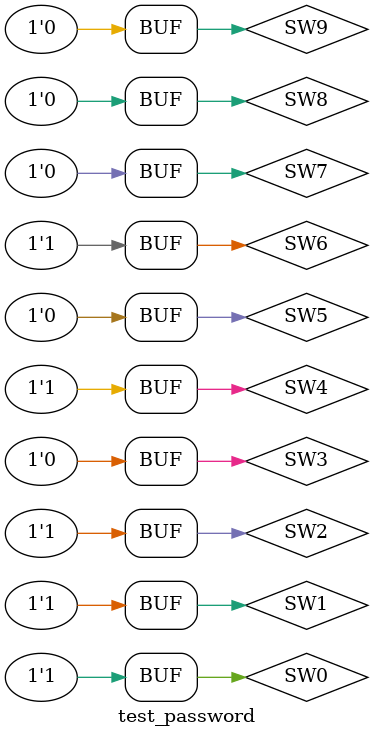
<source format=v>
`timescale 1ns / 1ps


module test_password(

    );
    
    //sim inputs 
    reg SW0;
    reg SW1;
    reg SW2;
    reg SW3;
    reg SW4;
    reg SW5;
    reg SW6;
    reg SW7;
    reg SW8;
    reg SW9;
    
    //sim outputs 
    wire SEG_B;
    wire SEG_D;
    wire SEG_F;
//    wire LED0;
//    wire LED1;
//    wire LED2;
//    wire LED3;
//    wire LED4;
//    wire LED5;
//    wire LED6;
//    wire LED7;
//    wire LED8;
//    wire LED9;
    
    //instantiation of module to be tested 
    password sim_1(SW0, SW1, SW2, SW3, SW4, SW5, SW6, SW7, SW8, SW9, SEG_B, SEG_D, SEG_F);
    
    //sim
    initial begin
        SW0 = 1; SW1 = 1; SW2 = 1; SW3 = 0; SW4 = 1; SW5 = 0; SW6 = 1; SW7 = 0; SW8 = 0; SW9 = 0; #10;
        SW0 = 0; SW1 = 1; SW2 = 1; SW3 = 0; SW4 = 1; SW5 = 0; SW6 = 1; SW7 = 0; SW8 = 0; SW9 = 0; #10;
        SW0 = 1; SW1 = 0; SW2 = 1; SW3 = 0; SW4 = 1; SW5 = 0; SW6 = 1; SW7 = 0; SW8 = 0; SW9 = 0; #10;
        SW0 = 1; SW1 = 1; SW2 = 1; SW3 = 0; SW4 = 1; SW5 = 0; SW6 = 1; SW7 = 0; SW8 = 0; SW9 = 0; #10;
    end
    
    
endmodule

</source>
